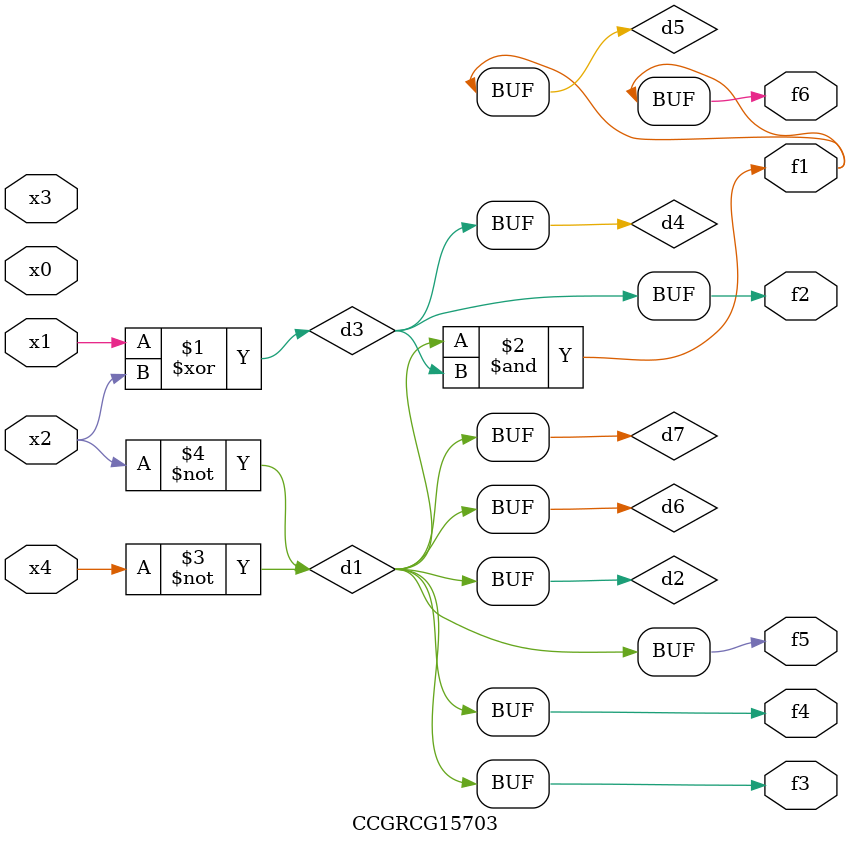
<source format=v>
module CCGRCG15703(
	input x0, x1, x2, x3, x4,
	output f1, f2, f3, f4, f5, f6
);

	wire d1, d2, d3, d4, d5, d6, d7;

	not (d1, x4);
	not (d2, x2);
	xor (d3, x1, x2);
	buf (d4, d3);
	and (d5, d1, d3);
	buf (d6, d1, d2);
	buf (d7, d2);
	assign f1 = d5;
	assign f2 = d4;
	assign f3 = d7;
	assign f4 = d7;
	assign f5 = d7;
	assign f6 = d5;
endmodule

</source>
